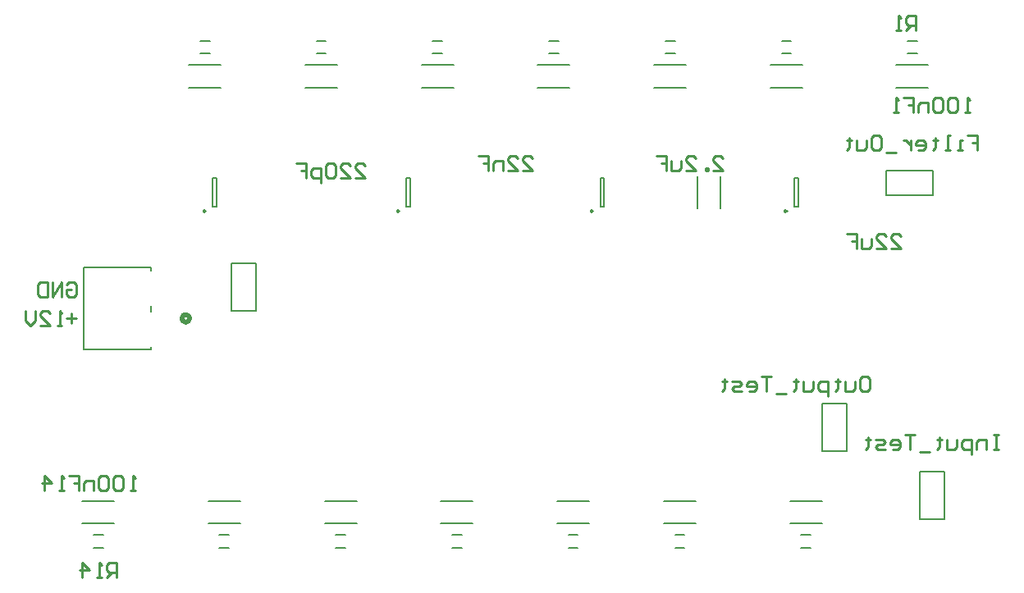
<source format=gbo>
G04*
G04 #@! TF.GenerationSoftware,Altium Limited,Altium Designer,21.1.1 (26)*
G04*
G04 Layer_Color=32896*
%FSLAX25Y25*%
%MOIN*%
G70*
G04*
G04 #@! TF.SameCoordinates,01C9CA7A-74B7-4461-9927-2E12136583BC*
G04*
G04*
G04 #@! TF.FilePolarity,Positive*
G04*
G01*
G75*
%ADD10C,0.00787*%
%ADD12C,0.01000*%
%ADD46C,0.02000*%
%ADD47C,0.00984*%
%ADD48C,0.00600*%
D10*
X206090Y349693D02*
X219107D01*
X206090Y358969D02*
X219107D01*
X210630Y363484D02*
X214567D01*
X210630Y368799D02*
X214567D01*
X253334Y349693D02*
X266351D01*
X253334Y358969D02*
X266351D01*
X257874Y363484D02*
X261811D01*
X257874Y368799D02*
X261811D01*
X300578Y349693D02*
X313595D01*
X300578Y358969D02*
X313595D01*
X305118Y363484D02*
X309055D01*
X305118Y368799D02*
X309055D01*
X347822Y349693D02*
X360839D01*
X347822Y358969D02*
X360839D01*
X352362Y363484D02*
X356299D01*
X352362Y368799D02*
X356299D01*
X395066Y349693D02*
X408083D01*
X395066Y358969D02*
X408083D01*
X399606Y363484D02*
X403543D01*
X399606Y368799D02*
X403543D01*
X442311Y349693D02*
X455327D01*
X442311Y358969D02*
X455327D01*
X446850Y363484D02*
X450787D01*
X446850Y368799D02*
X450787D01*
X493492Y349693D02*
X506508D01*
X493492Y358969D02*
X506508D01*
X508504Y306024D02*
Y316024D01*
X489213D02*
X508504D01*
X489213Y306024D02*
Y316024D01*
Y306024D02*
X501437D01*
X496437D02*
X508504D01*
X454724Y168012D02*
X458661D01*
X454724Y162697D02*
X458661D01*
X450185Y172527D02*
X463201D01*
X450185Y181804D02*
X463201D01*
X403543Y168012D02*
X407480D01*
X403543Y162697D02*
X407480D01*
X399004Y172527D02*
X412020D01*
X399004Y181804D02*
X412020D01*
X360236Y168012D02*
X364173D01*
X360236Y162697D02*
X364173D01*
X355697Y172527D02*
X368713D01*
X355697Y181804D02*
X368713D01*
X312992Y168012D02*
X316929D01*
X312992Y162697D02*
X316929D01*
X308452Y172527D02*
X321469D01*
X308452Y181804D02*
X321469D01*
X265748Y168012D02*
X269685D01*
X265748Y162697D02*
X269685D01*
X261208Y172527D02*
X274225D01*
X261208Y181804D02*
X274225D01*
X218504Y168012D02*
X222441D01*
X218504Y162697D02*
X222441D01*
X213964Y172527D02*
X226981D01*
X213964Y181804D02*
X226981D01*
X167323Y168012D02*
X171260D01*
X167323Y162697D02*
X171260D01*
X162783Y172527D02*
X175800D01*
X162783Y181804D02*
X175800D01*
X498032Y363484D02*
X501968D01*
X498032Y368799D02*
X501968D01*
X502874Y174409D02*
X512874D01*
Y193701D01*
X502874D02*
X512874D01*
X502874Y181476D02*
Y193701D01*
Y174409D02*
Y186476D01*
X463504Y201969D02*
X473504D01*
Y221260D01*
X463504D02*
X473504D01*
X463504Y209035D02*
Y221260D01*
Y201969D02*
Y214035D01*
X412685Y300578D02*
Y313595D01*
X421961Y300578D02*
Y313595D01*
X451968Y301181D02*
Y312992D01*
X453543Y301181D02*
Y312992D01*
X451968D02*
X453543D01*
X451968Y301181D02*
X453543D01*
X373228D02*
Y312992D01*
X374803Y301181D02*
Y312992D01*
X373228D02*
X374803D01*
X373228Y301181D02*
X374803D01*
X294488D02*
Y312992D01*
X296063Y301181D02*
Y312992D01*
X294488D02*
X296063D01*
X294488Y301181D02*
X296063D01*
X215748D02*
Y312992D01*
X217323Y301181D02*
Y312992D01*
X215748D02*
X217323D01*
X215748Y301181D02*
X217323D01*
X233347Y266280D02*
Y278346D01*
Y259055D02*
Y271280D01*
X223346Y259055D02*
X233347D01*
X223346D02*
Y278346D01*
X233347D01*
D12*
X156482Y269699D02*
X157466Y270683D01*
X159433D01*
X160417Y269699D01*
Y265763D01*
X159433Y264779D01*
X157466D01*
X156482Y265763D01*
Y267731D01*
X158449D01*
X154514Y264779D02*
Y270683D01*
X150578Y264779D01*
Y270683D01*
X148610D02*
Y264779D01*
X145658D01*
X144674Y265763D01*
Y269699D01*
X145658Y270683D01*
X148610D01*
X160417Y255920D02*
X156482D01*
X158449Y257888D02*
Y253952D01*
X154514Y252969D02*
X152546D01*
X153530D01*
Y258872D01*
X154514Y257888D01*
X145658Y252969D02*
X149594D01*
X145658Y256904D01*
Y257888D01*
X146642Y258872D01*
X148610D01*
X149594Y257888D01*
X143691Y258872D02*
Y254936D01*
X141723Y252969D01*
X139755Y254936D01*
Y258872D01*
X479747Y232345D02*
X481746D01*
X482746Y231346D01*
Y227347D01*
X481746Y226347D01*
X479747D01*
X478748Y227347D01*
Y231346D01*
X479747Y232345D01*
X476748Y230346D02*
Y227347D01*
X475748Y226347D01*
X472749D01*
Y230346D01*
X469750Y231346D02*
Y230346D01*
X470750D01*
X468751D01*
X469750D01*
Y227347D01*
X468751Y226347D01*
X465752Y224348D02*
Y230346D01*
X462753D01*
X461753Y229346D01*
Y227347D01*
X462753Y226347D01*
X465752D01*
X459754Y230346D02*
Y227347D01*
X458754Y226347D01*
X455755D01*
Y230346D01*
X452756Y231346D02*
Y230346D01*
X453756D01*
X451756D01*
X452756D01*
Y227347D01*
X451756Y226347D01*
X448757Y225347D02*
X444759D01*
X442759Y232345D02*
X438760D01*
X440760D01*
Y226347D01*
X433762D02*
X435761D01*
X436761Y227347D01*
Y229346D01*
X435761Y230346D01*
X433762D01*
X432762Y229346D01*
Y228346D01*
X436761D01*
X430763Y226347D02*
X427764D01*
X426764Y227347D01*
X427764Y228346D01*
X429763D01*
X430763Y229346D01*
X429763Y230346D01*
X426764D01*
X423765Y231346D02*
Y230346D01*
X424765D01*
X422766D01*
X423765D01*
Y227347D01*
X422766Y226347D01*
X534865Y208723D02*
X532866D01*
X533866D01*
Y202725D01*
X534865D01*
X532866D01*
X529867D02*
Y206724D01*
X526868D01*
X525868Y205724D01*
Y202725D01*
X523869Y200726D02*
Y206724D01*
X520870D01*
X519870Y205724D01*
Y203725D01*
X520870Y202725D01*
X523869D01*
X517871Y206724D02*
Y203725D01*
X516871Y202725D01*
X513872D01*
Y206724D01*
X510873Y207723D02*
Y206724D01*
X511873D01*
X509873D01*
X510873D01*
Y203725D01*
X509873Y202725D01*
X506874Y201725D02*
X502876D01*
X500876Y208723D02*
X496878D01*
X498877D01*
Y202725D01*
X491879D02*
X493879D01*
X494878Y203725D01*
Y205724D01*
X493879Y206724D01*
X491879D01*
X490879Y205724D01*
Y204724D01*
X494878D01*
X488880Y202725D02*
X485881D01*
X484881Y203725D01*
X485881Y204724D01*
X487881D01*
X488880Y205724D01*
X487881Y206724D01*
X484881D01*
X481882Y207723D02*
Y206724D01*
X482882D01*
X480883D01*
X481882D01*
Y203725D01*
X480883Y202725D01*
X522493Y330271D02*
X526491D01*
Y327272D01*
X524492D01*
X526491D01*
Y324272D01*
X520493D02*
X518494D01*
X519494D01*
Y328271D01*
X520493D01*
X515495Y324272D02*
X513496D01*
X514495D01*
Y330271D01*
X515495D01*
X509497Y329271D02*
Y328271D01*
X510497D01*
X508497D01*
X509497D01*
Y325272D01*
X508497Y324272D01*
X502499D02*
X504498D01*
X505498Y325272D01*
Y327272D01*
X504498Y328271D01*
X502499D01*
X501500Y327272D01*
Y326272D01*
X505498D01*
X499500Y328271D02*
Y324272D01*
Y326272D01*
X498500Y327272D01*
X497501Y328271D01*
X496501D01*
X493502Y323273D02*
X489503D01*
X484505Y330271D02*
X486504D01*
X487504Y329271D01*
Y325272D01*
X486504Y324272D01*
X484505D01*
X483505Y325272D01*
Y329271D01*
X484505Y330271D01*
X481506Y328271D02*
Y325272D01*
X480506Y324272D01*
X477507D01*
Y328271D01*
X474508Y329271D02*
Y328271D01*
X475508D01*
X473509D01*
X474508D01*
Y325272D01*
X473509Y324272D01*
X184348Y185977D02*
X182349D01*
X183349D01*
Y191975D01*
X184348Y190976D01*
X179350D02*
X178350Y191975D01*
X176351D01*
X175351Y190976D01*
Y186977D01*
X176351Y185977D01*
X178350D01*
X179350Y186977D01*
Y190976D01*
X173352D02*
X172352Y191975D01*
X170353D01*
X169353Y190976D01*
Y186977D01*
X170353Y185977D01*
X172352D01*
X173352Y186977D01*
Y190976D01*
X167354Y185977D02*
Y189976D01*
X164355D01*
X163355Y188976D01*
Y185977D01*
X157357Y191975D02*
X161356D01*
Y188976D01*
X159356D01*
X161356D01*
Y185977D01*
X155358D02*
X153358D01*
X154358D01*
Y191975D01*
X155358Y190976D01*
X147360Y185977D02*
Y191975D01*
X150359Y188976D01*
X146361D01*
X523369Y339521D02*
X521370D01*
X522369D01*
Y345519D01*
X523369Y344519D01*
X518371D02*
X517371Y345519D01*
X515372D01*
X514372Y344519D01*
Y340520D01*
X515372Y339521D01*
X517371D01*
X518371Y340520D01*
Y344519D01*
X512373D02*
X511373Y345519D01*
X509374D01*
X508374Y344519D01*
Y340520D01*
X509374Y339521D01*
X511373D01*
X512373Y340520D01*
Y344519D01*
X506375Y339521D02*
Y343519D01*
X503375D01*
X502376Y342520D01*
Y339521D01*
X496378Y345519D02*
X500376D01*
Y342520D01*
X498377D01*
X500376D01*
Y339521D01*
X494378D02*
X492379D01*
X493379D01*
Y345519D01*
X494378Y344519D01*
X176789Y150544D02*
Y156542D01*
X173790D01*
X172790Y155543D01*
Y153543D01*
X173790Y152544D01*
X176789D01*
X174790D02*
X172790Y150544D01*
X170791D02*
X168791D01*
X169791D01*
Y156542D01*
X170791Y155543D01*
X162793Y150544D02*
Y156542D01*
X165793Y153543D01*
X161794D01*
X501400Y373000D02*
Y378998D01*
X498401D01*
X497401Y377998D01*
Y375999D01*
X498401Y374999D01*
X501400D01*
X499401D02*
X497401Y373000D01*
X495402D02*
X493403D01*
X494402D01*
Y378998D01*
X495402Y377998D01*
X273776Y312961D02*
X277775D01*
X273776Y316960D01*
Y317960D01*
X274776Y318959D01*
X276775D01*
X277775Y317960D01*
X267778Y312961D02*
X271777D01*
X267778Y316960D01*
Y317960D01*
X268778Y318959D01*
X270777D01*
X271777Y317960D01*
X265779D02*
X264779Y318959D01*
X262780D01*
X261780Y317960D01*
Y313961D01*
X262780Y312961D01*
X264779D01*
X265779Y313961D01*
Y317960D01*
X259781Y310962D02*
Y316960D01*
X256782D01*
X255782Y315960D01*
Y313961D01*
X256782Y312961D01*
X259781D01*
X249784Y318959D02*
X253783D01*
Y315960D01*
X251783D01*
X253783D01*
Y312961D01*
X491250Y284402D02*
X495248D01*
X491250Y288401D01*
Y289401D01*
X492249Y290401D01*
X494249D01*
X495248Y289401D01*
X485252Y284402D02*
X489250D01*
X485252Y288401D01*
Y289401D01*
X486251Y290401D01*
X488251D01*
X489250Y289401D01*
X483252Y288401D02*
Y285402D01*
X482253Y284402D01*
X479254D01*
Y288401D01*
X473255Y290401D02*
X477254D01*
Y287402D01*
X475255D01*
X477254D01*
Y284402D01*
X341643Y315899D02*
X345642D01*
X341643Y319897D01*
Y320897D01*
X342643Y321897D01*
X344642D01*
X345642Y320897D01*
X335645Y315899D02*
X339644D01*
X335645Y319897D01*
Y320897D01*
X336645Y321897D01*
X338644D01*
X339644Y320897D01*
X333646Y315899D02*
Y319897D01*
X330647D01*
X329647Y318898D01*
Y315899D01*
X323649Y321897D02*
X327648D01*
Y318898D01*
X325649D01*
X327648D01*
Y315899D01*
X418946Y315899D02*
X422944D01*
X418946Y319897D01*
Y320897D01*
X419945Y321897D01*
X421945D01*
X422944Y320897D01*
X416946Y315899D02*
Y316898D01*
X415947D01*
Y315899D01*
X416946D01*
X407949D02*
X411948D01*
X407949Y319897D01*
Y320897D01*
X408949Y321897D01*
X410948D01*
X411948Y320897D01*
X405950Y319897D02*
Y316898D01*
X404950Y315899D01*
X401951D01*
Y319897D01*
X395953Y321897D02*
X399952D01*
Y318898D01*
X397953D01*
X399952D01*
Y315899D01*
D46*
X206224Y255906D02*
X205873Y256870D01*
X204985Y257383D01*
X203974Y257205D01*
X203315Y256418D01*
Y255393D01*
X203974Y254607D01*
X204985Y254428D01*
X205873Y254941D01*
X206224Y255906D01*
D47*
X448917Y299606D02*
X448179Y300032D01*
Y299180D01*
X448917Y299606D01*
X370177D02*
X369439Y300032D01*
Y299180D01*
X370177Y299606D01*
X291437D02*
X290699Y300032D01*
Y299180D01*
X291437Y299606D01*
X212697D02*
X211959Y300032D01*
Y299180D01*
X212697Y299606D01*
D48*
X190815Y243143D02*
Y244355D01*
X163515Y276542D02*
X190815D01*
X163515Y243143D02*
Y276542D01*
Y243143D02*
X190815D01*
Y275330D02*
Y276542D01*
Y258681D02*
Y261004D01*
M02*

</source>
